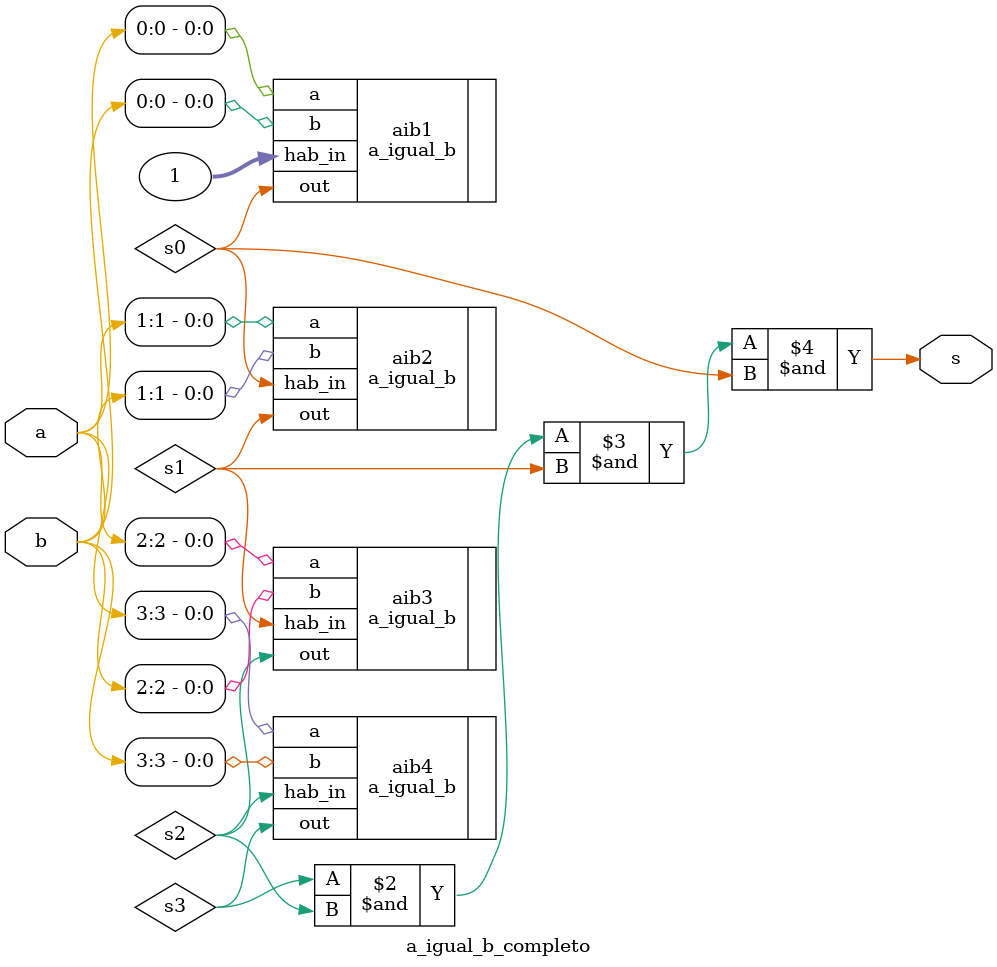
<source format=v>
module a_igual_b_completo (a, b, s);
	input [0:3]a;
	input [0:3]b;
	output s;

	//Instancia de modulo individual
	a_igual_b aib1(.hab_in(1), .a(a[0]), .b(b[0]), .out(s0));
	a_igual_b aib2(.hab_in(s0), .a(a[1]), .b(b[1]), .out(s1));
	a_igual_b aib3(.hab_in(s1), .a(a[2]), .b(b[2]), .out(s2));
	a_igual_b aib4(.hab_in(s2), .a(a[3]), .b(b[3]), .out(s3));

	//Salida 
	assign s = s3 & s2 & s1 & s0; 
endmodule

</source>
